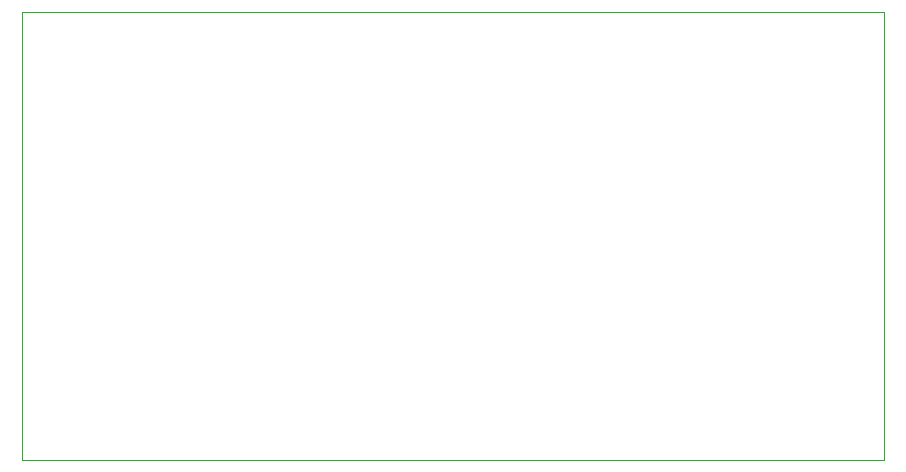
<source format=gbr>
%TF.GenerationSoftware,KiCad,Pcbnew,7.0.11+dfsg-1build4*%
%TF.CreationDate,2026-01-30T16:30:13+11:00*%
%TF.ProjectId,desk-controller,6465736b-2d63-46f6-9e74-726f6c6c6572,rev?*%
%TF.SameCoordinates,Original*%
%TF.FileFunction,Profile,NP*%
%FSLAX46Y46*%
G04 Gerber Fmt 4.6, Leading zero omitted, Abs format (unit mm)*
G04 Created by KiCad (PCBNEW 7.0.11+dfsg-1build4) date 2026-01-30 16:30:13*
%MOMM*%
%LPD*%
G01*
G04 APERTURE LIST*
%TA.AperFunction,Profile*%
%ADD10C,0.050000*%
%TD*%
G04 APERTURE END LIST*
D10*
X100000000Y-100000000D02*
X173000000Y-100000000D01*
X173000000Y-138000000D01*
X100000000Y-138000000D01*
X100000000Y-100000000D01*
M02*

</source>
